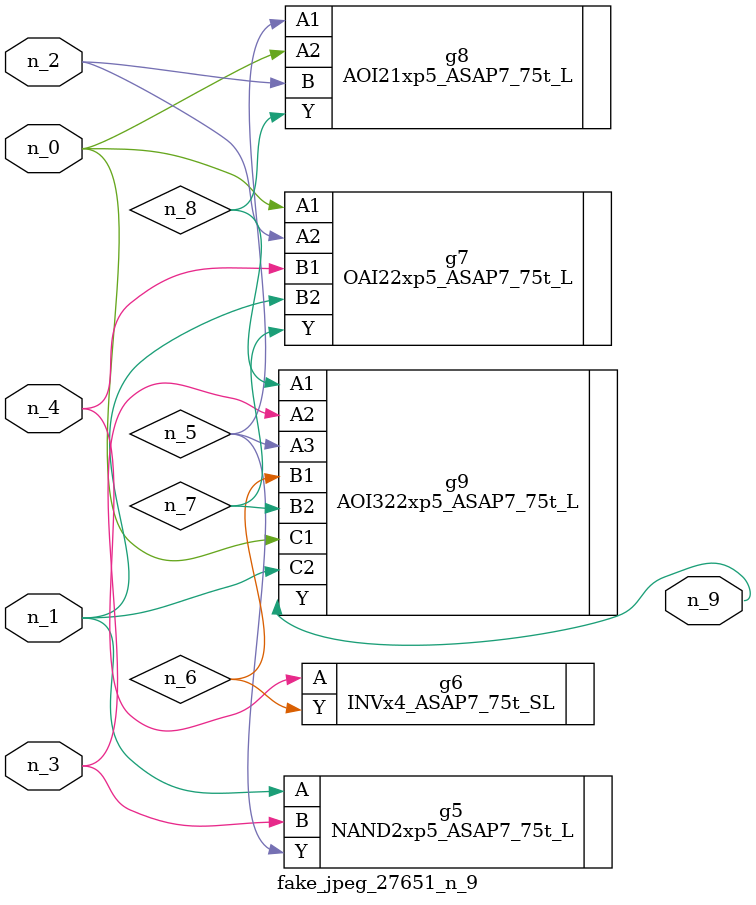
<source format=v>
module fake_jpeg_27651_n_9 (n_3, n_2, n_1, n_0, n_4, n_9);

input n_3;
input n_2;
input n_1;
input n_0;
input n_4;

output n_9;

wire n_8;
wire n_6;
wire n_5;
wire n_7;

NAND2xp5_ASAP7_75t_L g5 ( 
.A(n_1),
.B(n_3),
.Y(n_5)
);

INVx4_ASAP7_75t_SL g6 ( 
.A(n_4),
.Y(n_6)
);

OAI22xp5_ASAP7_75t_L g7 ( 
.A1(n_0),
.A2(n_2),
.B1(n_4),
.B2(n_1),
.Y(n_7)
);

AOI21xp5_ASAP7_75t_L g8 ( 
.A1(n_5),
.A2(n_0),
.B(n_2),
.Y(n_8)
);

AOI322xp5_ASAP7_75t_L g9 ( 
.A1(n_8),
.A2(n_3),
.A3(n_5),
.B1(n_6),
.B2(n_7),
.C1(n_0),
.C2(n_1),
.Y(n_9)
);


endmodule
</source>
